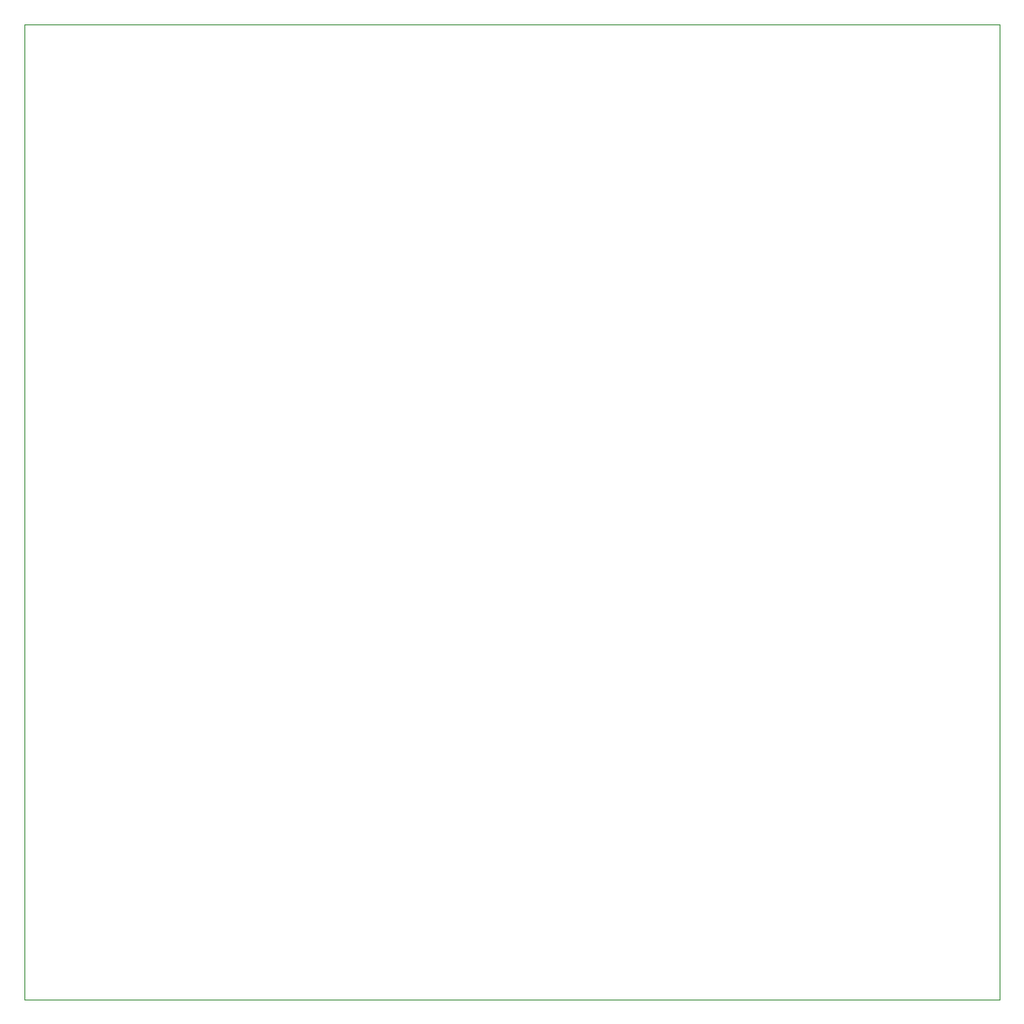
<source format=gbr>
%TF.GenerationSoftware,KiCad,Pcbnew,(5.1.10)-1*%
%TF.CreationDate,2022-02-22T06:58:17+01:00*%
%TF.ProjectId,Gide,47696465-2e6b-4696-9361-645f70636258,rev?*%
%TF.SameCoordinates,Original*%
%TF.FileFunction,Profile,NP*%
%FSLAX46Y46*%
G04 Gerber Fmt 4.6, Leading zero omitted, Abs format (unit mm)*
G04 Created by KiCad (PCBNEW (5.1.10)-1) date 2022-02-22 06:58:17*
%MOMM*%
%LPD*%
G01*
G04 APERTURE LIST*
%TA.AperFunction,Profile*%
%ADD10C,0.050000*%
%TD*%
G04 APERTURE END LIST*
D10*
X100965000Y-64135000D02*
X100965000Y-158750000D01*
X195580000Y-64135000D02*
X100965000Y-64135000D01*
X195580000Y-158750000D02*
X195580000Y-64135000D01*
X100965000Y-158750000D02*
X195580000Y-158750000D01*
M02*

</source>
